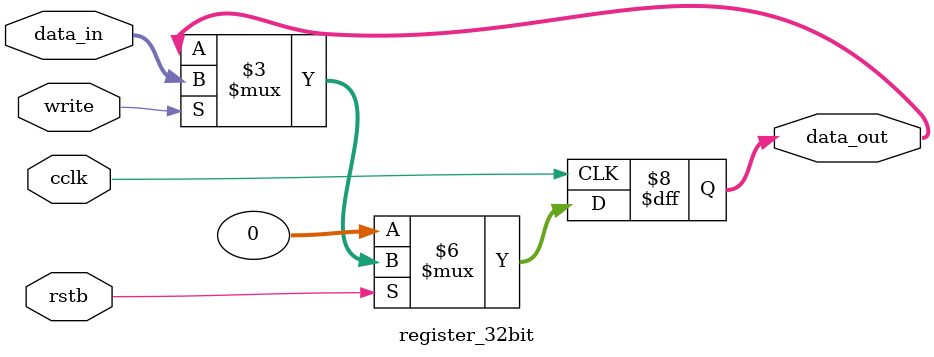
<source format=v>
`timescale 1ns / 1ps
`default_nettype none
module register_32bit(cclk,rstb,write,data_in,data_out);
	//port definitions
	input  wire cclk;
	input  wire rstb;
	input  wire write;
	input  wire [31:0] data_in;
	output reg [31:0] data_out;
   
   always @(posedge cclk) begin
      if (~rstb) begin
         data_out <= 0;
      end else if (write) begin
         data_out <= data_in;
      end
   end


endmodule
`default_nettype wire

</source>
